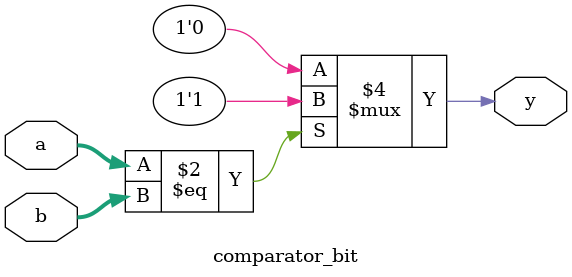
<source format=sv>
module comparator_bit(input logic [3:0] a,b, output logic y );

always_comb
begin
    if (a == b)
    begin 
        y = 1;
    end
    else
    begin
        y = 0;
    end
end

endmodule

</source>
